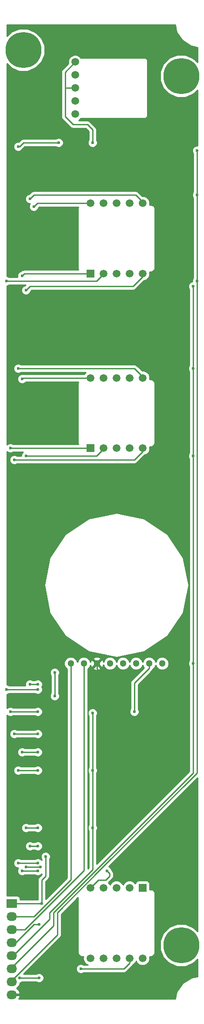
<source format=gbr>
G04 #@! TF.FileFunction,Copper,L2,Bot,Signal*
%FSLAX46Y46*%
G04 Gerber Fmt 4.6, Leading zero omitted, Abs format (unit mm)*
G04 Created by KiCad (PCBNEW 4.0.0-1rc2.201511291916+6190~38~ubuntu14.04.1-stable) date Mon 14 Mar 2016 12:19:52 PM PDT*
%MOMM*%
G01*
G04 APERTURE LIST*
%ADD10C,0.100000*%
%ADD11R,2.032000X1.727200*%
%ADD12O,2.032000X1.727200*%
%ADD13C,1.500000*%
%ADD14R,1.500000X1.500000*%
%ADD15C,1.300000*%
%ADD16C,7.000000*%
%ADD17C,0.600000*%
%ADD18C,0.250000*%
%ADD19C,0.254000*%
G04 APERTURE END LIST*
D10*
D11*
X101600000Y-171704000D03*
D12*
X101600000Y-174244000D03*
X101600000Y-176784000D03*
X101600000Y-179324000D03*
X101600000Y-181864000D03*
X101600000Y-184404000D03*
X101600000Y-186944000D03*
X101600000Y-189484000D03*
D13*
X114000000Y-7920000D03*
X114000000Y-10460000D03*
X114000000Y-13000000D03*
X114000000Y-15540000D03*
X114000000Y-18080000D03*
X127080000Y-182350000D03*
X124540000Y-182350000D03*
X122000000Y-182350000D03*
X119460000Y-182350000D03*
X116920000Y-182350000D03*
D14*
X127080000Y-168650000D03*
D13*
X124540000Y-168650000D03*
X116920000Y-168650000D03*
X119460000Y-168650000D03*
X122000000Y-168650000D03*
X116920000Y-35400000D03*
X119460000Y-35400000D03*
X122000000Y-35400000D03*
X124540000Y-35400000D03*
X127080000Y-35400000D03*
D14*
X116920000Y-49100000D03*
D13*
X119460000Y-49100000D03*
X127080000Y-49100000D03*
X124540000Y-49100000D03*
X122000000Y-49100000D03*
X116920000Y-69400000D03*
X119460000Y-69400000D03*
X122000000Y-69400000D03*
X124540000Y-69400000D03*
X127080000Y-69400000D03*
D14*
X116920000Y-83100000D03*
D13*
X119460000Y-83100000D03*
X127080000Y-83100000D03*
X124540000Y-83100000D03*
X122000000Y-83100000D03*
D15*
X130890000Y-124990000D03*
X128350000Y-124990000D03*
X125810000Y-124990000D03*
X123270000Y-124990000D03*
X120730000Y-124990000D03*
X118190000Y-124990000D03*
X115650000Y-124990000D03*
X113110000Y-124990000D03*
D16*
X134620000Y-10668000D03*
X103886000Y-5588000D03*
X134620000Y-179832000D03*
D17*
X109982000Y-131318000D03*
X109982000Y-126746000D03*
X107442000Y-171704000D03*
X108204000Y-162560000D03*
X115062000Y-184404000D03*
X106934000Y-175768000D03*
X125476000Y-134366000D03*
X117348000Y-134620000D03*
X117348000Y-156972000D03*
X117348000Y-145796000D03*
X136906000Y-124968000D03*
X136906000Y-51562000D03*
X136906000Y-67564000D03*
X136906000Y-84582000D03*
X137668000Y-25146000D03*
X117348000Y-23622000D03*
X137668000Y-33782000D03*
X137668000Y-50546000D03*
X134366000Y-151638000D03*
X120904000Y-151638000D03*
X105918000Y-36068000D03*
X105156000Y-34544000D03*
X105156000Y-129032000D03*
X106680000Y-129032000D03*
X105156000Y-160528000D03*
X106680000Y-160528000D03*
X106934000Y-186182000D03*
X103124000Y-186182000D03*
X104394000Y-52324000D03*
X104394000Y-84582000D03*
X104394000Y-156972000D03*
X106680000Y-156972000D03*
X104394000Y-164592000D03*
X107188000Y-164592000D03*
X103632000Y-49530000D03*
X103632000Y-69596000D03*
X103632000Y-142240000D03*
X106680000Y-142240000D03*
X103632000Y-165354000D03*
X120142000Y-165354000D03*
X106680000Y-165354000D03*
X102870000Y-24384000D03*
X110744000Y-23622000D03*
X102870000Y-67564000D03*
X102870000Y-145796000D03*
X106680000Y-145796000D03*
X102870000Y-163830000D03*
X106680000Y-163830000D03*
X102108000Y-85344000D03*
X102108000Y-138684000D03*
X106680000Y-138684000D03*
X101346000Y-83058000D03*
X101346000Y-134366000D03*
X106680000Y-134366000D03*
X100584000Y-50546000D03*
X106680000Y-130048000D03*
X100584000Y-130048000D03*
D18*
X109982000Y-131318000D02*
X109982000Y-126746000D01*
X107442000Y-171704000D02*
X107442000Y-167132000D01*
X101600000Y-171704000D02*
X107442000Y-171704000D01*
X108204000Y-166370000D02*
X108204000Y-162560000D01*
X107442000Y-167132000D02*
X108204000Y-166370000D01*
X101600000Y-174244000D02*
X105918000Y-174244000D01*
X113110000Y-167052000D02*
X113110000Y-124990000D01*
X105918000Y-174244000D02*
X113110000Y-167052000D01*
X101600000Y-176784000D02*
X104140000Y-176784000D01*
X115650000Y-165274000D02*
X115650000Y-124990000D01*
X104140000Y-176784000D02*
X115650000Y-165274000D01*
X105918000Y-175768000D02*
X106934000Y-175768000D01*
X124540000Y-183308000D02*
X124540000Y-182350000D01*
X123444000Y-184404000D02*
X124540000Y-183308000D01*
X115062000Y-184404000D02*
X123444000Y-184404000D01*
X101600000Y-179324000D02*
X102362000Y-179324000D01*
X102362000Y-179324000D02*
X105918000Y-175768000D01*
X128350000Y-124990000D02*
X128350000Y-125904000D01*
X125476000Y-128778000D02*
X125476000Y-134366000D01*
X128350000Y-125904000D02*
X125476000Y-128778000D01*
X117348000Y-134620000D02*
X117348000Y-135382000D01*
X117348000Y-139954000D02*
X117348000Y-135382000D01*
X117348000Y-142748000D02*
X117348000Y-145796000D01*
X117348000Y-142748000D02*
X117348000Y-139954000D01*
X117348000Y-161036000D02*
X117348000Y-165100000D01*
X117348000Y-156464000D02*
X117348000Y-156972000D01*
X117348000Y-145796000D02*
X117348000Y-156464000D01*
X117348000Y-156972000D02*
X117348000Y-161036000D01*
X117348000Y-165100000D02*
X117094000Y-165354000D01*
X108966000Y-174752000D02*
X108966000Y-173482000D01*
X108966000Y-173482000D02*
X117094000Y-165354000D01*
X104648000Y-179070000D02*
X108966000Y-174752000D01*
X101854000Y-181864000D02*
X104648000Y-179070000D01*
X101600000Y-181864000D02*
X101854000Y-181864000D01*
X136906000Y-51562000D02*
X136906000Y-67564000D01*
X136906000Y-67564000D02*
X136906000Y-69342000D01*
X136906000Y-69342000D02*
X136906000Y-84582000D01*
X136144000Y-147066000D02*
X136652000Y-146558000D01*
X136652000Y-146558000D02*
X136906000Y-146304000D01*
X129286000Y-153924000D02*
X136144000Y-147066000D01*
X105098002Y-180651998D02*
X109728000Y-176022000D01*
X109728000Y-176022000D02*
X109728000Y-173482000D01*
X101600000Y-184150000D02*
X105098002Y-180651998D01*
X109728000Y-173482000D02*
X119380000Y-163830000D01*
X119380000Y-163830000D02*
X129286000Y-153924000D01*
X136906000Y-146304000D02*
X136906000Y-124968000D01*
X136906000Y-124968000D02*
X136906000Y-84582000D01*
X101600000Y-184404000D02*
X101600000Y-184150000D01*
X137668000Y-26924000D02*
X137668000Y-33782000D01*
X137668000Y-26924000D02*
X137668000Y-25146000D01*
X113030000Y-13000000D02*
X112014000Y-13000000D01*
X112014000Y-13000000D02*
X112014000Y-13208000D01*
X112014000Y-13716000D02*
X112014000Y-13208000D01*
X117348000Y-23622000D02*
X117348000Y-21082000D01*
X112014000Y-18542000D02*
X112014000Y-13716000D01*
X113538000Y-20066000D02*
X112014000Y-18542000D01*
X116332000Y-20066000D02*
X113538000Y-20066000D01*
X117348000Y-21082000D02*
X116332000Y-20066000D01*
X112014000Y-13208000D02*
X112014000Y-9906000D01*
X112014000Y-9906000D02*
X114000000Y-7920000D01*
X112730000Y-13000000D02*
X112776000Y-13000000D01*
X112776000Y-13000000D02*
X113030000Y-13000000D01*
X113030000Y-13000000D02*
X114000000Y-13000000D01*
X118745000Y-165227000D02*
X137160000Y-146812000D01*
X137668000Y-146304000D02*
X137668000Y-50546000D01*
X137668000Y-50546000D02*
X137668000Y-33782000D01*
X137160000Y-146812000D02*
X137668000Y-146304000D01*
X105664000Y-182626000D02*
X110490000Y-177800000D01*
X110490000Y-177800000D02*
X110490000Y-173482000D01*
X101600000Y-186944000D02*
X101600000Y-186690000D01*
X101600000Y-186690000D02*
X105664000Y-182626000D01*
X110490000Y-173482000D02*
X118745000Y-165227000D01*
X118745000Y-165227000D02*
X118872000Y-165100000D01*
X118190000Y-124990000D02*
X118190000Y-126064000D01*
X120904000Y-128778000D02*
X120904000Y-151638000D01*
X118190000Y-126064000D02*
X120904000Y-128778000D01*
X116920000Y-35400000D02*
X106586000Y-35400000D01*
X106586000Y-35400000D02*
X105918000Y-36068000D01*
X127080000Y-35400000D02*
X127080000Y-35132000D01*
X127080000Y-35132000D02*
X125730000Y-33782000D01*
X125730000Y-33782000D02*
X105918000Y-33782000D01*
X105918000Y-33782000D02*
X105156000Y-34544000D01*
X106680000Y-129032000D02*
X105156000Y-129032000D01*
X106680000Y-160528000D02*
X105156000Y-160528000D01*
X103124000Y-186182000D02*
X106934000Y-186182000D01*
X127080000Y-49100000D02*
X127080000Y-49704000D01*
X127080000Y-49704000D02*
X125222000Y-51562000D01*
X125222000Y-51562000D02*
X105156000Y-51562000D01*
X105156000Y-51562000D02*
X104394000Y-52324000D01*
X119460000Y-83100000D02*
X119460000Y-83232000D01*
X119460000Y-83232000D02*
X118110000Y-84582000D01*
X118110000Y-84582000D02*
X104394000Y-84582000D01*
X106680000Y-156972000D02*
X104394000Y-156972000D01*
X107188000Y-164592000D02*
X104394000Y-164592000D01*
X116920000Y-49100000D02*
X104062000Y-49100000D01*
X104062000Y-49100000D02*
X103632000Y-49530000D01*
X116920000Y-69400000D02*
X103828000Y-69400000D01*
X103828000Y-69400000D02*
X103632000Y-69596000D01*
X106680000Y-142240000D02*
X103632000Y-142240000D01*
X116920000Y-168650000D02*
X118438000Y-167132000D01*
X119888000Y-167132000D02*
X118438000Y-167132000D01*
X120650000Y-166370000D02*
X119888000Y-167132000D01*
X120650000Y-165862000D02*
X120650000Y-166370000D01*
X120142000Y-165354000D02*
X120650000Y-165862000D01*
X106680000Y-165354000D02*
X103632000Y-165354000D01*
X103124000Y-24384000D02*
X102870000Y-24384000D01*
X103886000Y-23622000D02*
X103124000Y-24384000D01*
X110744000Y-23622000D02*
X103886000Y-23622000D01*
X127080000Y-69400000D02*
X127080000Y-69168000D01*
X127080000Y-69168000D02*
X125476000Y-67564000D01*
X125476000Y-67564000D02*
X102870000Y-67564000D01*
X106680000Y-145796000D02*
X102870000Y-145796000D01*
X106680000Y-163830000D02*
X102870000Y-163830000D01*
X127080000Y-83100000D02*
X127080000Y-83740000D01*
X127080000Y-83740000D02*
X125476000Y-85344000D01*
X125476000Y-85344000D02*
X102108000Y-85344000D01*
X106680000Y-138684000D02*
X102108000Y-138684000D01*
X116920000Y-83100000D02*
X101388000Y-83100000D01*
X101388000Y-83100000D02*
X101346000Y-83058000D01*
X106680000Y-134366000D02*
X101346000Y-134366000D01*
X119460000Y-49100000D02*
X119460000Y-49196000D01*
X119460000Y-49196000D02*
X118110000Y-50546000D01*
X118110000Y-50546000D02*
X100584000Y-50546000D01*
X106680000Y-130048000D02*
X100584000Y-130048000D01*
D19*
G36*
X137790000Y-177154655D02*
X136965347Y-176328562D01*
X135446111Y-175697720D01*
X133801106Y-175696284D01*
X132280771Y-176324474D01*
X131116562Y-177486653D01*
X130485720Y-179005889D01*
X130484284Y-180650894D01*
X131112474Y-182171229D01*
X132274653Y-183335438D01*
X133793889Y-183966280D01*
X135438894Y-183967716D01*
X136959229Y-183339526D01*
X137790000Y-182510204D01*
X137790000Y-185917318D01*
X136639411Y-186146184D01*
X136383470Y-186252199D01*
X134923564Y-187227675D01*
X134759092Y-187392148D01*
X134727675Y-187423565D01*
X133752198Y-188883470D01*
X133690097Y-189033397D01*
X133646184Y-189139411D01*
X133417318Y-190290000D01*
X102996993Y-190290000D01*
X103204709Y-189858791D01*
X103207358Y-189843026D01*
X103086217Y-189611000D01*
X101727000Y-189611000D01*
X101727000Y-189631000D01*
X101473000Y-189631000D01*
X101473000Y-189611000D01*
X101453000Y-189611000D01*
X101453000Y-189357000D01*
X101473000Y-189357000D01*
X101473000Y-189337000D01*
X101727000Y-189337000D01*
X101727000Y-189357000D01*
X103086217Y-189357000D01*
X103207358Y-189124974D01*
X103204709Y-189109209D01*
X102950732Y-188581964D01*
X102534931Y-188210461D01*
X102844415Y-188003670D01*
X103169271Y-187517489D01*
X103248911Y-187117110D01*
X103309167Y-187117162D01*
X103652943Y-186975117D01*
X103686118Y-186942000D01*
X106371537Y-186942000D01*
X106403673Y-186974192D01*
X106747201Y-187116838D01*
X107119167Y-187117162D01*
X107462943Y-186975117D01*
X107726192Y-186712327D01*
X107868838Y-186368799D01*
X107869162Y-185996833D01*
X107727117Y-185653057D01*
X107464327Y-185389808D01*
X107120799Y-185247162D01*
X106748833Y-185246838D01*
X106405057Y-185388883D01*
X106371882Y-185422000D01*
X103942802Y-185422000D01*
X111027401Y-178337401D01*
X111192148Y-178090839D01*
X111250000Y-177800000D01*
X111250000Y-173796802D01*
X114529800Y-170517002D01*
X114529800Y-181305200D01*
X114583846Y-181576905D01*
X114737754Y-181807246D01*
X114968095Y-181961154D01*
X115239800Y-182015200D01*
X115559365Y-182015200D01*
X115535241Y-182073298D01*
X115534760Y-182624285D01*
X115745169Y-183133515D01*
X116134436Y-183523461D01*
X116424726Y-183644000D01*
X115624463Y-183644000D01*
X115592327Y-183611808D01*
X115248799Y-183469162D01*
X114876833Y-183468838D01*
X114533057Y-183610883D01*
X114269808Y-183873673D01*
X114127162Y-184217201D01*
X114126838Y-184589167D01*
X114268883Y-184932943D01*
X114531673Y-185196192D01*
X114875201Y-185338838D01*
X115247167Y-185339162D01*
X115590943Y-185197117D01*
X115624118Y-185164000D01*
X123444000Y-185164000D01*
X123734839Y-185106148D01*
X123981401Y-184941401D01*
X125077401Y-183845401D01*
X125242148Y-183598839D01*
X125250901Y-183554834D01*
X125323515Y-183524831D01*
X125713461Y-183135564D01*
X125809976Y-182903130D01*
X125905169Y-183133515D01*
X126294436Y-183523461D01*
X126803298Y-183734759D01*
X127354285Y-183735240D01*
X127863515Y-183524831D01*
X128253461Y-183135564D01*
X128464759Y-182626702D01*
X128465240Y-182075715D01*
X128440236Y-182015200D01*
X128752600Y-182015200D01*
X129024305Y-181961154D01*
X129254646Y-181807246D01*
X129408554Y-181576905D01*
X129462600Y-181305200D01*
X129462600Y-169697400D01*
X129408554Y-169425695D01*
X129254646Y-169195354D01*
X129024305Y-169041446D01*
X128752600Y-168987400D01*
X128477440Y-168987400D01*
X128477440Y-167900000D01*
X128433162Y-167664683D01*
X128294090Y-167448559D01*
X128081890Y-167303569D01*
X127830000Y-167252560D01*
X126330000Y-167252560D01*
X126094683Y-167296838D01*
X125878559Y-167435910D01*
X125733569Y-167648110D01*
X125693645Y-167845262D01*
X125325564Y-167476539D01*
X124816702Y-167265241D01*
X124265715Y-167264760D01*
X123756485Y-167475169D01*
X123366539Y-167864436D01*
X123270024Y-168096870D01*
X123174831Y-167866485D01*
X122785564Y-167476539D01*
X122276702Y-167265241D01*
X121725715Y-167264760D01*
X121216485Y-167475169D01*
X120826539Y-167864436D01*
X120730024Y-168096870D01*
X120634831Y-167866485D01*
X120431751Y-167663051D01*
X121187401Y-166907401D01*
X121352148Y-166660839D01*
X121410000Y-166370000D01*
X121410000Y-165862000D01*
X121352148Y-165571161D01*
X121187401Y-165324599D01*
X121077122Y-165214320D01*
X121077162Y-165168833D01*
X120935117Y-164825057D01*
X120672327Y-164561808D01*
X120539958Y-164506844D01*
X137790000Y-147256802D01*
X137790000Y-177154655D01*
X137790000Y-177154655D01*
G37*
X137790000Y-177154655D02*
X136965347Y-176328562D01*
X135446111Y-175697720D01*
X133801106Y-175696284D01*
X132280771Y-176324474D01*
X131116562Y-177486653D01*
X130485720Y-179005889D01*
X130484284Y-180650894D01*
X131112474Y-182171229D01*
X132274653Y-183335438D01*
X133793889Y-183966280D01*
X135438894Y-183967716D01*
X136959229Y-183339526D01*
X137790000Y-182510204D01*
X137790000Y-185917318D01*
X136639411Y-186146184D01*
X136383470Y-186252199D01*
X134923564Y-187227675D01*
X134759092Y-187392148D01*
X134727675Y-187423565D01*
X133752198Y-188883470D01*
X133690097Y-189033397D01*
X133646184Y-189139411D01*
X133417318Y-190290000D01*
X102996993Y-190290000D01*
X103204709Y-189858791D01*
X103207358Y-189843026D01*
X103086217Y-189611000D01*
X101727000Y-189611000D01*
X101727000Y-189631000D01*
X101473000Y-189631000D01*
X101473000Y-189611000D01*
X101453000Y-189611000D01*
X101453000Y-189357000D01*
X101473000Y-189357000D01*
X101473000Y-189337000D01*
X101727000Y-189337000D01*
X101727000Y-189357000D01*
X103086217Y-189357000D01*
X103207358Y-189124974D01*
X103204709Y-189109209D01*
X102950732Y-188581964D01*
X102534931Y-188210461D01*
X102844415Y-188003670D01*
X103169271Y-187517489D01*
X103248911Y-187117110D01*
X103309167Y-187117162D01*
X103652943Y-186975117D01*
X103686118Y-186942000D01*
X106371537Y-186942000D01*
X106403673Y-186974192D01*
X106747201Y-187116838D01*
X107119167Y-187117162D01*
X107462943Y-186975117D01*
X107726192Y-186712327D01*
X107868838Y-186368799D01*
X107869162Y-185996833D01*
X107727117Y-185653057D01*
X107464327Y-185389808D01*
X107120799Y-185247162D01*
X106748833Y-185246838D01*
X106405057Y-185388883D01*
X106371882Y-185422000D01*
X103942802Y-185422000D01*
X111027401Y-178337401D01*
X111192148Y-178090839D01*
X111250000Y-177800000D01*
X111250000Y-173796802D01*
X114529800Y-170517002D01*
X114529800Y-181305200D01*
X114583846Y-181576905D01*
X114737754Y-181807246D01*
X114968095Y-181961154D01*
X115239800Y-182015200D01*
X115559365Y-182015200D01*
X115535241Y-182073298D01*
X115534760Y-182624285D01*
X115745169Y-183133515D01*
X116134436Y-183523461D01*
X116424726Y-183644000D01*
X115624463Y-183644000D01*
X115592327Y-183611808D01*
X115248799Y-183469162D01*
X114876833Y-183468838D01*
X114533057Y-183610883D01*
X114269808Y-183873673D01*
X114127162Y-184217201D01*
X114126838Y-184589167D01*
X114268883Y-184932943D01*
X114531673Y-185196192D01*
X114875201Y-185338838D01*
X115247167Y-185339162D01*
X115590943Y-185197117D01*
X115624118Y-185164000D01*
X123444000Y-185164000D01*
X123734839Y-185106148D01*
X123981401Y-184941401D01*
X125077401Y-183845401D01*
X125242148Y-183598839D01*
X125250901Y-183554834D01*
X125323515Y-183524831D01*
X125713461Y-183135564D01*
X125809976Y-182903130D01*
X125905169Y-183133515D01*
X126294436Y-183523461D01*
X126803298Y-183734759D01*
X127354285Y-183735240D01*
X127863515Y-183524831D01*
X128253461Y-183135564D01*
X128464759Y-182626702D01*
X128465240Y-182075715D01*
X128440236Y-182015200D01*
X128752600Y-182015200D01*
X129024305Y-181961154D01*
X129254646Y-181807246D01*
X129408554Y-181576905D01*
X129462600Y-181305200D01*
X129462600Y-169697400D01*
X129408554Y-169425695D01*
X129254646Y-169195354D01*
X129024305Y-169041446D01*
X128752600Y-168987400D01*
X128477440Y-168987400D01*
X128477440Y-167900000D01*
X128433162Y-167664683D01*
X128294090Y-167448559D01*
X128081890Y-167303569D01*
X127830000Y-167252560D01*
X126330000Y-167252560D01*
X126094683Y-167296838D01*
X125878559Y-167435910D01*
X125733569Y-167648110D01*
X125693645Y-167845262D01*
X125325564Y-167476539D01*
X124816702Y-167265241D01*
X124265715Y-167264760D01*
X123756485Y-167475169D01*
X123366539Y-167864436D01*
X123270024Y-168096870D01*
X123174831Y-167866485D01*
X122785564Y-167476539D01*
X122276702Y-167265241D01*
X121725715Y-167264760D01*
X121216485Y-167475169D01*
X120826539Y-167864436D01*
X120730024Y-168096870D01*
X120634831Y-167866485D01*
X120431751Y-167663051D01*
X121187401Y-166907401D01*
X121352148Y-166660839D01*
X121410000Y-166370000D01*
X121410000Y-165862000D01*
X121352148Y-165571161D01*
X121187401Y-165324599D01*
X121077122Y-165214320D01*
X121077162Y-165168833D01*
X120935117Y-164825057D01*
X120672327Y-164561808D01*
X120539958Y-164506844D01*
X137790000Y-147256802D01*
X137790000Y-177154655D01*
G36*
X133646184Y-1860589D02*
X133690097Y-1966603D01*
X133752198Y-2116530D01*
X134727675Y-3576435D01*
X134727676Y-3576436D01*
X134923564Y-3772325D01*
X136383470Y-4747801D01*
X136639411Y-4853816D01*
X137790000Y-5082682D01*
X137790000Y-7990655D01*
X136965347Y-7164562D01*
X135446111Y-6533720D01*
X133801106Y-6532284D01*
X132280771Y-7160474D01*
X131116562Y-8322653D01*
X130485720Y-9841889D01*
X130484284Y-11486894D01*
X131112474Y-13007229D01*
X132274653Y-14171438D01*
X133793889Y-14802280D01*
X135438894Y-14803716D01*
X136959229Y-14175526D01*
X137790000Y-13346204D01*
X137790000Y-24211106D01*
X137482833Y-24210838D01*
X137139057Y-24352883D01*
X136875808Y-24615673D01*
X136733162Y-24959201D01*
X136732838Y-25331167D01*
X136874883Y-25674943D01*
X136908000Y-25708118D01*
X136908000Y-33219537D01*
X136875808Y-33251673D01*
X136733162Y-33595201D01*
X136732838Y-33967167D01*
X136874883Y-34310943D01*
X136908000Y-34344118D01*
X136908000Y-49983537D01*
X136875808Y-50015673D01*
X136733162Y-50359201D01*
X136732929Y-50626849D01*
X136720833Y-50626838D01*
X136377057Y-50768883D01*
X136113808Y-51031673D01*
X135971162Y-51375201D01*
X135970838Y-51747167D01*
X136112883Y-52090943D01*
X136146000Y-52124118D01*
X136146000Y-67001537D01*
X136113808Y-67033673D01*
X135971162Y-67377201D01*
X135970838Y-67749167D01*
X136112883Y-68092943D01*
X136146000Y-68126118D01*
X136146000Y-84019537D01*
X136113808Y-84051673D01*
X135971162Y-84395201D01*
X135970838Y-84767167D01*
X136112883Y-85110943D01*
X136146000Y-85144118D01*
X136146000Y-124405537D01*
X136113808Y-124437673D01*
X135971162Y-124781201D01*
X135970838Y-125153167D01*
X136112883Y-125496943D01*
X136146000Y-125530118D01*
X136146000Y-145989198D01*
X118108000Y-164027198D01*
X118108000Y-157534463D01*
X118140192Y-157502327D01*
X118282838Y-157158799D01*
X118283162Y-156786833D01*
X118141117Y-156443057D01*
X118108000Y-156409882D01*
X118108000Y-146358463D01*
X118140192Y-146326327D01*
X118282838Y-145982799D01*
X118283162Y-145610833D01*
X118141117Y-145267057D01*
X118108000Y-145233882D01*
X118108000Y-135182463D01*
X118140192Y-135150327D01*
X118282838Y-134806799D01*
X118283162Y-134434833D01*
X118141117Y-134091057D01*
X117878327Y-133827808D01*
X117534799Y-133685162D01*
X117162833Y-133684838D01*
X116819057Y-133826883D01*
X116555808Y-134089673D01*
X116413162Y-134433201D01*
X116412838Y-134805167D01*
X116554883Y-135148943D01*
X116588000Y-135182118D01*
X116588000Y-145233537D01*
X116555808Y-145265673D01*
X116413162Y-145609201D01*
X116412838Y-145981167D01*
X116554883Y-146324943D01*
X116588000Y-146358118D01*
X116588000Y-156409537D01*
X116555808Y-156441673D01*
X116413162Y-156785201D01*
X116412838Y-157157167D01*
X116554883Y-157500943D01*
X116588000Y-157534118D01*
X116588000Y-164785198D01*
X116410000Y-164963198D01*
X116410000Y-126047006D01*
X116568266Y-125889016D01*
X117470590Y-125889016D01*
X117526271Y-126119611D01*
X118009078Y-126287622D01*
X118519428Y-126258083D01*
X118853729Y-126119611D01*
X118909410Y-125889016D01*
X118190000Y-125169605D01*
X117470590Y-125889016D01*
X116568266Y-125889016D01*
X116738735Y-125718845D01*
X116919797Y-125282800D01*
X116921917Y-125319428D01*
X117060389Y-125653729D01*
X117290984Y-125709410D01*
X118010395Y-124990000D01*
X118369605Y-124990000D01*
X119089016Y-125709410D01*
X119319611Y-125653729D01*
X119454139Y-125267140D01*
X119639995Y-125716943D01*
X120001155Y-126078735D01*
X120473276Y-126274777D01*
X120984481Y-126275223D01*
X121456943Y-126080005D01*
X121818735Y-125718845D01*
X122000205Y-125281818D01*
X122179995Y-125716943D01*
X122541155Y-126078735D01*
X123013276Y-126274777D01*
X123524481Y-126275223D01*
X123996943Y-126080005D01*
X124358735Y-125718845D01*
X124540205Y-125281818D01*
X124719995Y-125716943D01*
X125081155Y-126078735D01*
X125553276Y-126274777D01*
X126064481Y-126275223D01*
X126536943Y-126080005D01*
X126898735Y-125718845D01*
X127080205Y-125281818D01*
X127259995Y-125716943D01*
X127361037Y-125818161D01*
X124938599Y-128240599D01*
X124773852Y-128487161D01*
X124716000Y-128778000D01*
X124716000Y-133803537D01*
X124683808Y-133835673D01*
X124541162Y-134179201D01*
X124540838Y-134551167D01*
X124682883Y-134894943D01*
X124945673Y-135158192D01*
X125289201Y-135300838D01*
X125661167Y-135301162D01*
X126004943Y-135159117D01*
X126268192Y-134896327D01*
X126410838Y-134552799D01*
X126411162Y-134180833D01*
X126269117Y-133837057D01*
X126236000Y-133803882D01*
X126236000Y-129092802D01*
X128887401Y-126441401D01*
X129052148Y-126194839D01*
X129074815Y-126080884D01*
X129076943Y-126080005D01*
X129438735Y-125718845D01*
X129620205Y-125281818D01*
X129799995Y-125716943D01*
X130161155Y-126078735D01*
X130633276Y-126274777D01*
X131144481Y-126275223D01*
X131616943Y-126080005D01*
X131978735Y-125718845D01*
X132174777Y-125246724D01*
X132175223Y-124735519D01*
X131980005Y-124263057D01*
X131618845Y-123901265D01*
X131146724Y-123705223D01*
X130635519Y-123704777D01*
X130163057Y-123899995D01*
X129801265Y-124261155D01*
X129619795Y-124698182D01*
X129440005Y-124263057D01*
X129078845Y-123901265D01*
X128606724Y-123705223D01*
X128095519Y-123704777D01*
X127623057Y-123899995D01*
X127261265Y-124261155D01*
X127079795Y-124698182D01*
X126900005Y-124263057D01*
X126538845Y-123901265D01*
X126066724Y-123705223D01*
X125555519Y-123704777D01*
X125083057Y-123899995D01*
X124721265Y-124261155D01*
X124539795Y-124698182D01*
X124360005Y-124263057D01*
X123998845Y-123901265D01*
X123526724Y-123705223D01*
X123015519Y-123704777D01*
X122543057Y-123899995D01*
X122181265Y-124261155D01*
X121999795Y-124698182D01*
X121820005Y-124263057D01*
X121458845Y-123901265D01*
X120986724Y-123705223D01*
X120475519Y-123704777D01*
X120003057Y-123899995D01*
X119641265Y-124261155D01*
X119460203Y-124697200D01*
X119458083Y-124660572D01*
X119319611Y-124326271D01*
X119089016Y-124270590D01*
X118369605Y-124990000D01*
X118010395Y-124990000D01*
X117290984Y-124270590D01*
X117060389Y-124326271D01*
X116925861Y-124712860D01*
X116740005Y-124263057D01*
X116568233Y-124090984D01*
X117470590Y-124090984D01*
X118190000Y-124810395D01*
X118909410Y-124090984D01*
X118853729Y-123860389D01*
X118370922Y-123692378D01*
X117860572Y-123721917D01*
X117526271Y-123860389D01*
X117470590Y-124090984D01*
X116568233Y-124090984D01*
X116378845Y-123901265D01*
X115906724Y-123705223D01*
X115395519Y-123704777D01*
X114923057Y-123899995D01*
X114561265Y-124261155D01*
X114379795Y-124698182D01*
X114200005Y-124263057D01*
X113838845Y-123901265D01*
X113366724Y-123705223D01*
X112855519Y-123704777D01*
X112383057Y-123899995D01*
X112021265Y-124261155D01*
X111825223Y-124733276D01*
X111824777Y-125244481D01*
X112019995Y-125716943D01*
X112350000Y-126047525D01*
X112350000Y-166737198D01*
X108202000Y-170885198D01*
X108202000Y-167446802D01*
X108741401Y-166907401D01*
X108906148Y-166660839D01*
X108964000Y-166370000D01*
X108964000Y-163122463D01*
X108996192Y-163090327D01*
X109138838Y-162746799D01*
X109139162Y-162374833D01*
X108997117Y-162031057D01*
X108734327Y-161767808D01*
X108390799Y-161625162D01*
X108018833Y-161624838D01*
X107675057Y-161766883D01*
X107411808Y-162029673D01*
X107269162Y-162373201D01*
X107268838Y-162745167D01*
X107410883Y-163088943D01*
X107444000Y-163122118D01*
X107444000Y-163271889D01*
X107210327Y-163037808D01*
X106866799Y-162895162D01*
X106494833Y-162894838D01*
X106151057Y-163036883D01*
X106117882Y-163070000D01*
X103432463Y-163070000D01*
X103400327Y-163037808D01*
X103056799Y-162895162D01*
X102684833Y-162894838D01*
X102341057Y-163036883D01*
X102077808Y-163299673D01*
X101935162Y-163643201D01*
X101934838Y-164015167D01*
X102076883Y-164358943D01*
X102339673Y-164622192D01*
X102683201Y-164764838D01*
X102898558Y-164765026D01*
X102839808Y-164823673D01*
X102697162Y-165167201D01*
X102696838Y-165539167D01*
X102838883Y-165882943D01*
X103101673Y-166146192D01*
X103445201Y-166288838D01*
X103817167Y-166289162D01*
X104160943Y-166147117D01*
X104194118Y-166114000D01*
X106117537Y-166114000D01*
X106149673Y-166146192D01*
X106493201Y-166288838D01*
X106865167Y-166289162D01*
X107208943Y-166147117D01*
X107444000Y-165912470D01*
X107444000Y-166055198D01*
X106904599Y-166594599D01*
X106739852Y-166841161D01*
X106682000Y-167132000D01*
X106682000Y-170944000D01*
X103263440Y-170944000D01*
X103263440Y-170840400D01*
X103219162Y-170605083D01*
X103080090Y-170388959D01*
X102867890Y-170243969D01*
X102616000Y-170192960D01*
X100710000Y-170192960D01*
X100710000Y-160713167D01*
X104220838Y-160713167D01*
X104362883Y-161056943D01*
X104625673Y-161320192D01*
X104969201Y-161462838D01*
X105341167Y-161463162D01*
X105684943Y-161321117D01*
X105718118Y-161288000D01*
X106117537Y-161288000D01*
X106149673Y-161320192D01*
X106493201Y-161462838D01*
X106865167Y-161463162D01*
X107208943Y-161321117D01*
X107472192Y-161058327D01*
X107614838Y-160714799D01*
X107615162Y-160342833D01*
X107473117Y-159999057D01*
X107210327Y-159735808D01*
X106866799Y-159593162D01*
X106494833Y-159592838D01*
X106151057Y-159734883D01*
X106117882Y-159768000D01*
X105718463Y-159768000D01*
X105686327Y-159735808D01*
X105342799Y-159593162D01*
X104970833Y-159592838D01*
X104627057Y-159734883D01*
X104363808Y-159997673D01*
X104221162Y-160341201D01*
X104220838Y-160713167D01*
X100710000Y-160713167D01*
X100710000Y-157157167D01*
X103458838Y-157157167D01*
X103600883Y-157500943D01*
X103863673Y-157764192D01*
X104207201Y-157906838D01*
X104579167Y-157907162D01*
X104922943Y-157765117D01*
X104956118Y-157732000D01*
X106117537Y-157732000D01*
X106149673Y-157764192D01*
X106493201Y-157906838D01*
X106865167Y-157907162D01*
X107208943Y-157765117D01*
X107472192Y-157502327D01*
X107614838Y-157158799D01*
X107615162Y-156786833D01*
X107473117Y-156443057D01*
X107210327Y-156179808D01*
X106866799Y-156037162D01*
X106494833Y-156036838D01*
X106151057Y-156178883D01*
X106117882Y-156212000D01*
X104956463Y-156212000D01*
X104924327Y-156179808D01*
X104580799Y-156037162D01*
X104208833Y-156036838D01*
X103865057Y-156178883D01*
X103601808Y-156441673D01*
X103459162Y-156785201D01*
X103458838Y-157157167D01*
X100710000Y-157157167D01*
X100710000Y-145981167D01*
X101934838Y-145981167D01*
X102076883Y-146324943D01*
X102339673Y-146588192D01*
X102683201Y-146730838D01*
X103055167Y-146731162D01*
X103398943Y-146589117D01*
X103432118Y-146556000D01*
X106117537Y-146556000D01*
X106149673Y-146588192D01*
X106493201Y-146730838D01*
X106865167Y-146731162D01*
X107208943Y-146589117D01*
X107472192Y-146326327D01*
X107614838Y-145982799D01*
X107615162Y-145610833D01*
X107473117Y-145267057D01*
X107210327Y-145003808D01*
X106866799Y-144861162D01*
X106494833Y-144860838D01*
X106151057Y-145002883D01*
X106117882Y-145036000D01*
X103432463Y-145036000D01*
X103400327Y-145003808D01*
X103056799Y-144861162D01*
X102684833Y-144860838D01*
X102341057Y-145002883D01*
X102077808Y-145265673D01*
X101935162Y-145609201D01*
X101934838Y-145981167D01*
X100710000Y-145981167D01*
X100710000Y-142425167D01*
X102696838Y-142425167D01*
X102838883Y-142768943D01*
X103101673Y-143032192D01*
X103445201Y-143174838D01*
X103817167Y-143175162D01*
X104160943Y-143033117D01*
X104194118Y-143000000D01*
X106117537Y-143000000D01*
X106149673Y-143032192D01*
X106493201Y-143174838D01*
X106865167Y-143175162D01*
X107208943Y-143033117D01*
X107472192Y-142770327D01*
X107614838Y-142426799D01*
X107615162Y-142054833D01*
X107473117Y-141711057D01*
X107210327Y-141447808D01*
X106866799Y-141305162D01*
X106494833Y-141304838D01*
X106151057Y-141446883D01*
X106117882Y-141480000D01*
X104194463Y-141480000D01*
X104162327Y-141447808D01*
X103818799Y-141305162D01*
X103446833Y-141304838D01*
X103103057Y-141446883D01*
X102839808Y-141709673D01*
X102697162Y-142053201D01*
X102696838Y-142425167D01*
X100710000Y-142425167D01*
X100710000Y-138869167D01*
X101172838Y-138869167D01*
X101314883Y-139212943D01*
X101577673Y-139476192D01*
X101921201Y-139618838D01*
X102293167Y-139619162D01*
X102636943Y-139477117D01*
X102670118Y-139444000D01*
X106117537Y-139444000D01*
X106149673Y-139476192D01*
X106493201Y-139618838D01*
X106865167Y-139619162D01*
X107208943Y-139477117D01*
X107472192Y-139214327D01*
X107614838Y-138870799D01*
X107615162Y-138498833D01*
X107473117Y-138155057D01*
X107210327Y-137891808D01*
X106866799Y-137749162D01*
X106494833Y-137748838D01*
X106151057Y-137890883D01*
X106117882Y-137924000D01*
X102670463Y-137924000D01*
X102638327Y-137891808D01*
X102294799Y-137749162D01*
X101922833Y-137748838D01*
X101579057Y-137890883D01*
X101315808Y-138153673D01*
X101173162Y-138497201D01*
X101172838Y-138869167D01*
X100710000Y-138869167D01*
X100710000Y-135052334D01*
X100815673Y-135158192D01*
X101159201Y-135300838D01*
X101531167Y-135301162D01*
X101874943Y-135159117D01*
X101908118Y-135126000D01*
X106117537Y-135126000D01*
X106149673Y-135158192D01*
X106493201Y-135300838D01*
X106865167Y-135301162D01*
X107208943Y-135159117D01*
X107472192Y-134896327D01*
X107614838Y-134552799D01*
X107615162Y-134180833D01*
X107473117Y-133837057D01*
X107210327Y-133573808D01*
X106866799Y-133431162D01*
X106494833Y-133430838D01*
X106151057Y-133572883D01*
X106117882Y-133606000D01*
X101908463Y-133606000D01*
X101876327Y-133573808D01*
X101532799Y-133431162D01*
X101160833Y-133430838D01*
X100817057Y-133572883D01*
X100710000Y-133679753D01*
X100710000Y-130983110D01*
X100769167Y-130983162D01*
X101112943Y-130841117D01*
X101146118Y-130808000D01*
X106117537Y-130808000D01*
X106149673Y-130840192D01*
X106493201Y-130982838D01*
X106865167Y-130983162D01*
X107208943Y-130841117D01*
X107472192Y-130578327D01*
X107614838Y-130234799D01*
X107615162Y-129862833D01*
X107481617Y-129539629D01*
X107614838Y-129218799D01*
X107615162Y-128846833D01*
X107473117Y-128503057D01*
X107210327Y-128239808D01*
X106866799Y-128097162D01*
X106494833Y-128096838D01*
X106151057Y-128238883D01*
X106117882Y-128272000D01*
X105718463Y-128272000D01*
X105686327Y-128239808D01*
X105342799Y-128097162D01*
X104970833Y-128096838D01*
X104627057Y-128238883D01*
X104363808Y-128501673D01*
X104221162Y-128845201D01*
X104220838Y-129217167D01*
X104250106Y-129288000D01*
X101146463Y-129288000D01*
X101114327Y-129255808D01*
X100770799Y-129113162D01*
X100710000Y-129113109D01*
X100710000Y-126931167D01*
X109046838Y-126931167D01*
X109188883Y-127274943D01*
X109222000Y-127308118D01*
X109222000Y-130755537D01*
X109189808Y-130787673D01*
X109047162Y-131131201D01*
X109046838Y-131503167D01*
X109188883Y-131846943D01*
X109451673Y-132110192D01*
X109795201Y-132252838D01*
X110167167Y-132253162D01*
X110510943Y-132111117D01*
X110774192Y-131848327D01*
X110916838Y-131504799D01*
X110917162Y-131132833D01*
X110775117Y-130789057D01*
X110742000Y-130755882D01*
X110742000Y-127308463D01*
X110774192Y-127276327D01*
X110916838Y-126932799D01*
X110917162Y-126560833D01*
X110775117Y-126217057D01*
X110512327Y-125953808D01*
X110168799Y-125811162D01*
X109796833Y-125810838D01*
X109453057Y-125952883D01*
X109189808Y-126215673D01*
X109047162Y-126559201D01*
X109046838Y-126931167D01*
X100710000Y-126931167D01*
X100710000Y-109750000D01*
X107955000Y-109750000D01*
X109024112Y-115124789D01*
X112068685Y-119681315D01*
X116625211Y-122725888D01*
X122000000Y-123795000D01*
X127374789Y-122725888D01*
X131931315Y-119681315D01*
X134975888Y-115124789D01*
X136045000Y-109750000D01*
X134975888Y-104375211D01*
X131931315Y-99818685D01*
X127374789Y-96774112D01*
X122000000Y-95705000D01*
X116625211Y-96774112D01*
X112068685Y-99818685D01*
X109024112Y-104375211D01*
X107955000Y-109750000D01*
X100710000Y-109750000D01*
X100710000Y-83744334D01*
X100815673Y-83850192D01*
X101159201Y-83992838D01*
X101531167Y-83993162D01*
X101853444Y-83860000D01*
X103793816Y-83860000D01*
X103601808Y-84051673D01*
X103459162Y-84395201D01*
X103458998Y-84584000D01*
X102670463Y-84584000D01*
X102638327Y-84551808D01*
X102294799Y-84409162D01*
X101922833Y-84408838D01*
X101579057Y-84550883D01*
X101315808Y-84813673D01*
X101173162Y-85157201D01*
X101172838Y-85529167D01*
X101314883Y-85872943D01*
X101577673Y-86136192D01*
X101921201Y-86278838D01*
X102293167Y-86279162D01*
X102636943Y-86137117D01*
X102670118Y-86104000D01*
X125476000Y-86104000D01*
X125766839Y-86046148D01*
X126013401Y-85881401D01*
X127448484Y-84446318D01*
X127863515Y-84274831D01*
X128253461Y-83885564D01*
X128464759Y-83376702D01*
X128465240Y-82825715D01*
X128445277Y-82777400D01*
X128752600Y-82777400D01*
X129024305Y-82723354D01*
X129254646Y-82569446D01*
X129408554Y-82339105D01*
X129462600Y-82067400D01*
X129462600Y-70434200D01*
X129408554Y-70162495D01*
X129254646Y-69932154D01*
X129024305Y-69778246D01*
X128752600Y-69724200D01*
X128445036Y-69724200D01*
X128464759Y-69676702D01*
X128465240Y-69125715D01*
X128254831Y-68616485D01*
X127865564Y-68226539D01*
X127356702Y-68015241D01*
X127001733Y-68014931D01*
X126013401Y-67026599D01*
X125766839Y-66861852D01*
X125476000Y-66804000D01*
X103432463Y-66804000D01*
X103400327Y-66771808D01*
X103056799Y-66629162D01*
X102684833Y-66628838D01*
X102341057Y-66770883D01*
X102077808Y-67033673D01*
X101935162Y-67377201D01*
X101934838Y-67749167D01*
X102076883Y-68092943D01*
X102339673Y-68356192D01*
X102683201Y-68498838D01*
X103055167Y-68499162D01*
X103398943Y-68357117D01*
X103432118Y-68324000D01*
X116037482Y-68324000D01*
X115746539Y-68614436D01*
X115735924Y-68640000D01*
X103828000Y-68640000D01*
X103722036Y-68661078D01*
X103446833Y-68660838D01*
X103103057Y-68802883D01*
X102839808Y-69065673D01*
X102697162Y-69409201D01*
X102696838Y-69781167D01*
X102838883Y-70124943D01*
X103101673Y-70388192D01*
X103445201Y-70530838D01*
X103817167Y-70531162D01*
X104160943Y-70389117D01*
X104390460Y-70160000D01*
X114560113Y-70160000D01*
X114558446Y-70162495D01*
X114504400Y-70434200D01*
X114529800Y-70561893D01*
X114529800Y-82067400D01*
X114583846Y-82339105D01*
X114584444Y-82340000D01*
X101950390Y-82340000D01*
X101876327Y-82265808D01*
X101532799Y-82123162D01*
X101160833Y-82122838D01*
X100817057Y-82264883D01*
X100710000Y-82371753D01*
X100710000Y-51481110D01*
X100769167Y-51481162D01*
X101112943Y-51339117D01*
X101146118Y-51306000D01*
X104337198Y-51306000D01*
X104254320Y-51388878D01*
X104208833Y-51388838D01*
X103865057Y-51530883D01*
X103601808Y-51793673D01*
X103459162Y-52137201D01*
X103458838Y-52509167D01*
X103600883Y-52852943D01*
X103863673Y-53116192D01*
X104207201Y-53258838D01*
X104579167Y-53259162D01*
X104922943Y-53117117D01*
X105186192Y-52854327D01*
X105328838Y-52510799D01*
X105328879Y-52463923D01*
X105470802Y-52322000D01*
X125222000Y-52322000D01*
X125512839Y-52264148D01*
X125759401Y-52099401D01*
X127387136Y-50471666D01*
X127863515Y-50274831D01*
X128253461Y-49885564D01*
X128464759Y-49376702D01*
X128465240Y-48825715D01*
X128440897Y-48766800D01*
X128752600Y-48766800D01*
X129024305Y-48712754D01*
X129254646Y-48558846D01*
X129408554Y-48328505D01*
X129462600Y-48056800D01*
X129462600Y-36449000D01*
X129408554Y-36177295D01*
X129254646Y-35946954D01*
X129024305Y-35793046D01*
X128752600Y-35739000D01*
X128438891Y-35739000D01*
X128464759Y-35676702D01*
X128465240Y-35125715D01*
X128254831Y-34616485D01*
X127865564Y-34226539D01*
X127356702Y-34015241D01*
X127037765Y-34014963D01*
X126267401Y-33244599D01*
X126020839Y-33079852D01*
X125730000Y-33022000D01*
X105918000Y-33022000D01*
X105627161Y-33079852D01*
X105380599Y-33244599D01*
X105016320Y-33608878D01*
X104970833Y-33608838D01*
X104627057Y-33750883D01*
X104363808Y-34013673D01*
X104221162Y-34357201D01*
X104220838Y-34729167D01*
X104362883Y-35072943D01*
X104625673Y-35336192D01*
X104969201Y-35478838D01*
X105184558Y-35479026D01*
X105125808Y-35537673D01*
X104983162Y-35881201D01*
X104982838Y-36253167D01*
X105124883Y-36596943D01*
X105387673Y-36860192D01*
X105731201Y-37002838D01*
X106103167Y-37003162D01*
X106446943Y-36861117D01*
X106710192Y-36598327D01*
X106852838Y-36254799D01*
X106852879Y-36207923D01*
X106900802Y-36160000D01*
X114595402Y-36160000D01*
X114583846Y-36177295D01*
X114529800Y-36449000D01*
X114529800Y-48056800D01*
X114583846Y-48328505D01*
X114591527Y-48340000D01*
X104062000Y-48340000D01*
X103771161Y-48397852D01*
X103524599Y-48562599D01*
X103492320Y-48594878D01*
X103446833Y-48594838D01*
X103103057Y-48736883D01*
X102839808Y-48999673D01*
X102697162Y-49343201D01*
X102696838Y-49715167D01*
X102726106Y-49786000D01*
X101146463Y-49786000D01*
X101114327Y-49753808D01*
X100770799Y-49611162D01*
X100710000Y-49611109D01*
X100710000Y-24569167D01*
X101934838Y-24569167D01*
X102076883Y-24912943D01*
X102339673Y-25176192D01*
X102683201Y-25318838D01*
X103055167Y-25319162D01*
X103398943Y-25177117D01*
X103642362Y-24934122D01*
X103661401Y-24921401D01*
X104200802Y-24382000D01*
X110181537Y-24382000D01*
X110213673Y-24414192D01*
X110557201Y-24556838D01*
X110929167Y-24557162D01*
X111272943Y-24415117D01*
X111536192Y-24152327D01*
X111678838Y-23808799D01*
X111679162Y-23436833D01*
X111537117Y-23093057D01*
X111274327Y-22829808D01*
X110930799Y-22687162D01*
X110558833Y-22686838D01*
X110215057Y-22828883D01*
X110181882Y-22862000D01*
X103886000Y-22862000D01*
X103595161Y-22919852D01*
X103348599Y-23084599D01*
X102984099Y-23449099D01*
X102684833Y-23448838D01*
X102341057Y-23590883D01*
X102077808Y-23853673D01*
X101935162Y-24197201D01*
X101934838Y-24569167D01*
X100710000Y-24569167D01*
X100710000Y-9906000D01*
X111254000Y-9906000D01*
X111254000Y-18542000D01*
X111311852Y-18832839D01*
X111476599Y-19079401D01*
X113000599Y-20603401D01*
X113247160Y-20768148D01*
X113295414Y-20777746D01*
X113538000Y-20826000D01*
X116017198Y-20826000D01*
X116588000Y-21396802D01*
X116588000Y-23059537D01*
X116555808Y-23091673D01*
X116413162Y-23435201D01*
X116412838Y-23807167D01*
X116554883Y-24150943D01*
X116817673Y-24414192D01*
X117161201Y-24556838D01*
X117533167Y-24557162D01*
X117876943Y-24415117D01*
X118140192Y-24152327D01*
X118282838Y-23808799D01*
X118283162Y-23436833D01*
X118141117Y-23093057D01*
X118108000Y-23059882D01*
X118108000Y-21082000D01*
X118050148Y-20791161D01*
X117885401Y-20544599D01*
X116869401Y-19528599D01*
X116622839Y-19363852D01*
X116332000Y-19306000D01*
X114659676Y-19306000D01*
X114783515Y-19254831D01*
X115117127Y-18921800D01*
X127355600Y-18921800D01*
X127627305Y-18867754D01*
X127857646Y-18713846D01*
X128011554Y-18483505D01*
X128065600Y-18211800D01*
X128065600Y-7797800D01*
X128011554Y-7526095D01*
X127857646Y-7295754D01*
X127627305Y-7141846D01*
X127355600Y-7087800D01*
X115126231Y-7087800D01*
X114785564Y-6746539D01*
X114276702Y-6535241D01*
X113725715Y-6534760D01*
X113216485Y-6745169D01*
X112826539Y-7134436D01*
X112615241Y-7643298D01*
X112614760Y-8194285D01*
X112625330Y-8219868D01*
X111476599Y-9368599D01*
X111311852Y-9615161D01*
X111254000Y-9906000D01*
X100710000Y-9906000D01*
X100710000Y-8259334D01*
X101540653Y-9091438D01*
X103059889Y-9722280D01*
X104704894Y-9723716D01*
X106225229Y-9095526D01*
X107389438Y-7933347D01*
X108020280Y-6414111D01*
X108021716Y-4769106D01*
X107393526Y-3248771D01*
X106231347Y-2084562D01*
X104712111Y-1453720D01*
X103067106Y-1452284D01*
X101546771Y-2080474D01*
X100710000Y-2915786D01*
X100710000Y-710000D01*
X133417318Y-710000D01*
X133646184Y-1860589D01*
X133646184Y-1860589D01*
G37*
X133646184Y-1860589D02*
X133690097Y-1966603D01*
X133752198Y-2116530D01*
X134727675Y-3576435D01*
X134727676Y-3576436D01*
X134923564Y-3772325D01*
X136383470Y-4747801D01*
X136639411Y-4853816D01*
X137790000Y-5082682D01*
X137790000Y-7990655D01*
X136965347Y-7164562D01*
X135446111Y-6533720D01*
X133801106Y-6532284D01*
X132280771Y-7160474D01*
X131116562Y-8322653D01*
X130485720Y-9841889D01*
X130484284Y-11486894D01*
X131112474Y-13007229D01*
X132274653Y-14171438D01*
X133793889Y-14802280D01*
X135438894Y-14803716D01*
X136959229Y-14175526D01*
X137790000Y-13346204D01*
X137790000Y-24211106D01*
X137482833Y-24210838D01*
X137139057Y-24352883D01*
X136875808Y-24615673D01*
X136733162Y-24959201D01*
X136732838Y-25331167D01*
X136874883Y-25674943D01*
X136908000Y-25708118D01*
X136908000Y-33219537D01*
X136875808Y-33251673D01*
X136733162Y-33595201D01*
X136732838Y-33967167D01*
X136874883Y-34310943D01*
X136908000Y-34344118D01*
X136908000Y-49983537D01*
X136875808Y-50015673D01*
X136733162Y-50359201D01*
X136732929Y-50626849D01*
X136720833Y-50626838D01*
X136377057Y-50768883D01*
X136113808Y-51031673D01*
X135971162Y-51375201D01*
X135970838Y-51747167D01*
X136112883Y-52090943D01*
X136146000Y-52124118D01*
X136146000Y-67001537D01*
X136113808Y-67033673D01*
X135971162Y-67377201D01*
X135970838Y-67749167D01*
X136112883Y-68092943D01*
X136146000Y-68126118D01*
X136146000Y-84019537D01*
X136113808Y-84051673D01*
X135971162Y-84395201D01*
X135970838Y-84767167D01*
X136112883Y-85110943D01*
X136146000Y-85144118D01*
X136146000Y-124405537D01*
X136113808Y-124437673D01*
X135971162Y-124781201D01*
X135970838Y-125153167D01*
X136112883Y-125496943D01*
X136146000Y-125530118D01*
X136146000Y-145989198D01*
X118108000Y-164027198D01*
X118108000Y-157534463D01*
X118140192Y-157502327D01*
X118282838Y-157158799D01*
X118283162Y-156786833D01*
X118141117Y-156443057D01*
X118108000Y-156409882D01*
X118108000Y-146358463D01*
X118140192Y-146326327D01*
X118282838Y-145982799D01*
X118283162Y-145610833D01*
X118141117Y-145267057D01*
X118108000Y-145233882D01*
X118108000Y-135182463D01*
X118140192Y-135150327D01*
X118282838Y-134806799D01*
X118283162Y-134434833D01*
X118141117Y-134091057D01*
X117878327Y-133827808D01*
X117534799Y-133685162D01*
X117162833Y-133684838D01*
X116819057Y-133826883D01*
X116555808Y-134089673D01*
X116413162Y-134433201D01*
X116412838Y-134805167D01*
X116554883Y-135148943D01*
X116588000Y-135182118D01*
X116588000Y-145233537D01*
X116555808Y-145265673D01*
X116413162Y-145609201D01*
X116412838Y-145981167D01*
X116554883Y-146324943D01*
X116588000Y-146358118D01*
X116588000Y-156409537D01*
X116555808Y-156441673D01*
X116413162Y-156785201D01*
X116412838Y-157157167D01*
X116554883Y-157500943D01*
X116588000Y-157534118D01*
X116588000Y-164785198D01*
X116410000Y-164963198D01*
X116410000Y-126047006D01*
X116568266Y-125889016D01*
X117470590Y-125889016D01*
X117526271Y-126119611D01*
X118009078Y-126287622D01*
X118519428Y-126258083D01*
X118853729Y-126119611D01*
X118909410Y-125889016D01*
X118190000Y-125169605D01*
X117470590Y-125889016D01*
X116568266Y-125889016D01*
X116738735Y-125718845D01*
X116919797Y-125282800D01*
X116921917Y-125319428D01*
X117060389Y-125653729D01*
X117290984Y-125709410D01*
X118010395Y-124990000D01*
X118369605Y-124990000D01*
X119089016Y-125709410D01*
X119319611Y-125653729D01*
X119454139Y-125267140D01*
X119639995Y-125716943D01*
X120001155Y-126078735D01*
X120473276Y-126274777D01*
X120984481Y-126275223D01*
X121456943Y-126080005D01*
X121818735Y-125718845D01*
X122000205Y-125281818D01*
X122179995Y-125716943D01*
X122541155Y-126078735D01*
X123013276Y-126274777D01*
X123524481Y-126275223D01*
X123996943Y-126080005D01*
X124358735Y-125718845D01*
X124540205Y-125281818D01*
X124719995Y-125716943D01*
X125081155Y-126078735D01*
X125553276Y-126274777D01*
X126064481Y-126275223D01*
X126536943Y-126080005D01*
X126898735Y-125718845D01*
X127080205Y-125281818D01*
X127259995Y-125716943D01*
X127361037Y-125818161D01*
X124938599Y-128240599D01*
X124773852Y-128487161D01*
X124716000Y-128778000D01*
X124716000Y-133803537D01*
X124683808Y-133835673D01*
X124541162Y-134179201D01*
X124540838Y-134551167D01*
X124682883Y-134894943D01*
X124945673Y-135158192D01*
X125289201Y-135300838D01*
X125661167Y-135301162D01*
X126004943Y-135159117D01*
X126268192Y-134896327D01*
X126410838Y-134552799D01*
X126411162Y-134180833D01*
X126269117Y-133837057D01*
X126236000Y-133803882D01*
X126236000Y-129092802D01*
X128887401Y-126441401D01*
X129052148Y-126194839D01*
X129074815Y-126080884D01*
X129076943Y-126080005D01*
X129438735Y-125718845D01*
X129620205Y-125281818D01*
X129799995Y-125716943D01*
X130161155Y-126078735D01*
X130633276Y-126274777D01*
X131144481Y-126275223D01*
X131616943Y-126080005D01*
X131978735Y-125718845D01*
X132174777Y-125246724D01*
X132175223Y-124735519D01*
X131980005Y-124263057D01*
X131618845Y-123901265D01*
X131146724Y-123705223D01*
X130635519Y-123704777D01*
X130163057Y-123899995D01*
X129801265Y-124261155D01*
X129619795Y-124698182D01*
X129440005Y-124263057D01*
X129078845Y-123901265D01*
X128606724Y-123705223D01*
X128095519Y-123704777D01*
X127623057Y-123899995D01*
X127261265Y-124261155D01*
X127079795Y-124698182D01*
X126900005Y-124263057D01*
X126538845Y-123901265D01*
X126066724Y-123705223D01*
X125555519Y-123704777D01*
X125083057Y-123899995D01*
X124721265Y-124261155D01*
X124539795Y-124698182D01*
X124360005Y-124263057D01*
X123998845Y-123901265D01*
X123526724Y-123705223D01*
X123015519Y-123704777D01*
X122543057Y-123899995D01*
X122181265Y-124261155D01*
X121999795Y-124698182D01*
X121820005Y-124263057D01*
X121458845Y-123901265D01*
X120986724Y-123705223D01*
X120475519Y-123704777D01*
X120003057Y-123899995D01*
X119641265Y-124261155D01*
X119460203Y-124697200D01*
X119458083Y-124660572D01*
X119319611Y-124326271D01*
X119089016Y-124270590D01*
X118369605Y-124990000D01*
X118010395Y-124990000D01*
X117290984Y-124270590D01*
X117060389Y-124326271D01*
X116925861Y-124712860D01*
X116740005Y-124263057D01*
X116568233Y-124090984D01*
X117470590Y-124090984D01*
X118190000Y-124810395D01*
X118909410Y-124090984D01*
X118853729Y-123860389D01*
X118370922Y-123692378D01*
X117860572Y-123721917D01*
X117526271Y-123860389D01*
X117470590Y-124090984D01*
X116568233Y-124090984D01*
X116378845Y-123901265D01*
X115906724Y-123705223D01*
X115395519Y-123704777D01*
X114923057Y-123899995D01*
X114561265Y-124261155D01*
X114379795Y-124698182D01*
X114200005Y-124263057D01*
X113838845Y-123901265D01*
X113366724Y-123705223D01*
X112855519Y-123704777D01*
X112383057Y-123899995D01*
X112021265Y-124261155D01*
X111825223Y-124733276D01*
X111824777Y-125244481D01*
X112019995Y-125716943D01*
X112350000Y-126047525D01*
X112350000Y-166737198D01*
X108202000Y-170885198D01*
X108202000Y-167446802D01*
X108741401Y-166907401D01*
X108906148Y-166660839D01*
X108964000Y-166370000D01*
X108964000Y-163122463D01*
X108996192Y-163090327D01*
X109138838Y-162746799D01*
X109139162Y-162374833D01*
X108997117Y-162031057D01*
X108734327Y-161767808D01*
X108390799Y-161625162D01*
X108018833Y-161624838D01*
X107675057Y-161766883D01*
X107411808Y-162029673D01*
X107269162Y-162373201D01*
X107268838Y-162745167D01*
X107410883Y-163088943D01*
X107444000Y-163122118D01*
X107444000Y-163271889D01*
X107210327Y-163037808D01*
X106866799Y-162895162D01*
X106494833Y-162894838D01*
X106151057Y-163036883D01*
X106117882Y-163070000D01*
X103432463Y-163070000D01*
X103400327Y-163037808D01*
X103056799Y-162895162D01*
X102684833Y-162894838D01*
X102341057Y-163036883D01*
X102077808Y-163299673D01*
X101935162Y-163643201D01*
X101934838Y-164015167D01*
X102076883Y-164358943D01*
X102339673Y-164622192D01*
X102683201Y-164764838D01*
X102898558Y-164765026D01*
X102839808Y-164823673D01*
X102697162Y-165167201D01*
X102696838Y-165539167D01*
X102838883Y-165882943D01*
X103101673Y-166146192D01*
X103445201Y-166288838D01*
X103817167Y-166289162D01*
X104160943Y-166147117D01*
X104194118Y-166114000D01*
X106117537Y-166114000D01*
X106149673Y-166146192D01*
X106493201Y-166288838D01*
X106865167Y-166289162D01*
X107208943Y-166147117D01*
X107444000Y-165912470D01*
X107444000Y-166055198D01*
X106904599Y-166594599D01*
X106739852Y-166841161D01*
X106682000Y-167132000D01*
X106682000Y-170944000D01*
X103263440Y-170944000D01*
X103263440Y-170840400D01*
X103219162Y-170605083D01*
X103080090Y-170388959D01*
X102867890Y-170243969D01*
X102616000Y-170192960D01*
X100710000Y-170192960D01*
X100710000Y-160713167D01*
X104220838Y-160713167D01*
X104362883Y-161056943D01*
X104625673Y-161320192D01*
X104969201Y-161462838D01*
X105341167Y-161463162D01*
X105684943Y-161321117D01*
X105718118Y-161288000D01*
X106117537Y-161288000D01*
X106149673Y-161320192D01*
X106493201Y-161462838D01*
X106865167Y-161463162D01*
X107208943Y-161321117D01*
X107472192Y-161058327D01*
X107614838Y-160714799D01*
X107615162Y-160342833D01*
X107473117Y-159999057D01*
X107210327Y-159735808D01*
X106866799Y-159593162D01*
X106494833Y-159592838D01*
X106151057Y-159734883D01*
X106117882Y-159768000D01*
X105718463Y-159768000D01*
X105686327Y-159735808D01*
X105342799Y-159593162D01*
X104970833Y-159592838D01*
X104627057Y-159734883D01*
X104363808Y-159997673D01*
X104221162Y-160341201D01*
X104220838Y-160713167D01*
X100710000Y-160713167D01*
X100710000Y-157157167D01*
X103458838Y-157157167D01*
X103600883Y-157500943D01*
X103863673Y-157764192D01*
X104207201Y-157906838D01*
X104579167Y-157907162D01*
X104922943Y-157765117D01*
X104956118Y-157732000D01*
X106117537Y-157732000D01*
X106149673Y-157764192D01*
X106493201Y-157906838D01*
X106865167Y-157907162D01*
X107208943Y-157765117D01*
X107472192Y-157502327D01*
X107614838Y-157158799D01*
X107615162Y-156786833D01*
X107473117Y-156443057D01*
X107210327Y-156179808D01*
X106866799Y-156037162D01*
X106494833Y-156036838D01*
X106151057Y-156178883D01*
X106117882Y-156212000D01*
X104956463Y-156212000D01*
X104924327Y-156179808D01*
X104580799Y-156037162D01*
X104208833Y-156036838D01*
X103865057Y-156178883D01*
X103601808Y-156441673D01*
X103459162Y-156785201D01*
X103458838Y-157157167D01*
X100710000Y-157157167D01*
X100710000Y-145981167D01*
X101934838Y-145981167D01*
X102076883Y-146324943D01*
X102339673Y-146588192D01*
X102683201Y-146730838D01*
X103055167Y-146731162D01*
X103398943Y-146589117D01*
X103432118Y-146556000D01*
X106117537Y-146556000D01*
X106149673Y-146588192D01*
X106493201Y-146730838D01*
X106865167Y-146731162D01*
X107208943Y-146589117D01*
X107472192Y-146326327D01*
X107614838Y-145982799D01*
X107615162Y-145610833D01*
X107473117Y-145267057D01*
X107210327Y-145003808D01*
X106866799Y-144861162D01*
X106494833Y-144860838D01*
X106151057Y-145002883D01*
X106117882Y-145036000D01*
X103432463Y-145036000D01*
X103400327Y-145003808D01*
X103056799Y-144861162D01*
X102684833Y-144860838D01*
X102341057Y-145002883D01*
X102077808Y-145265673D01*
X101935162Y-145609201D01*
X101934838Y-145981167D01*
X100710000Y-145981167D01*
X100710000Y-142425167D01*
X102696838Y-142425167D01*
X102838883Y-142768943D01*
X103101673Y-143032192D01*
X103445201Y-143174838D01*
X103817167Y-143175162D01*
X104160943Y-143033117D01*
X104194118Y-143000000D01*
X106117537Y-143000000D01*
X106149673Y-143032192D01*
X106493201Y-143174838D01*
X106865167Y-143175162D01*
X107208943Y-143033117D01*
X107472192Y-142770327D01*
X107614838Y-142426799D01*
X107615162Y-142054833D01*
X107473117Y-141711057D01*
X107210327Y-141447808D01*
X106866799Y-141305162D01*
X106494833Y-141304838D01*
X106151057Y-141446883D01*
X106117882Y-141480000D01*
X104194463Y-141480000D01*
X104162327Y-141447808D01*
X103818799Y-141305162D01*
X103446833Y-141304838D01*
X103103057Y-141446883D01*
X102839808Y-141709673D01*
X102697162Y-142053201D01*
X102696838Y-142425167D01*
X100710000Y-142425167D01*
X100710000Y-138869167D01*
X101172838Y-138869167D01*
X101314883Y-139212943D01*
X101577673Y-139476192D01*
X101921201Y-139618838D01*
X102293167Y-139619162D01*
X102636943Y-139477117D01*
X102670118Y-139444000D01*
X106117537Y-139444000D01*
X106149673Y-139476192D01*
X106493201Y-139618838D01*
X106865167Y-139619162D01*
X107208943Y-139477117D01*
X107472192Y-139214327D01*
X107614838Y-138870799D01*
X107615162Y-138498833D01*
X107473117Y-138155057D01*
X107210327Y-137891808D01*
X106866799Y-137749162D01*
X106494833Y-137748838D01*
X106151057Y-137890883D01*
X106117882Y-137924000D01*
X102670463Y-137924000D01*
X102638327Y-137891808D01*
X102294799Y-137749162D01*
X101922833Y-137748838D01*
X101579057Y-137890883D01*
X101315808Y-138153673D01*
X101173162Y-138497201D01*
X101172838Y-138869167D01*
X100710000Y-138869167D01*
X100710000Y-135052334D01*
X100815673Y-135158192D01*
X101159201Y-135300838D01*
X101531167Y-135301162D01*
X101874943Y-135159117D01*
X101908118Y-135126000D01*
X106117537Y-135126000D01*
X106149673Y-135158192D01*
X106493201Y-135300838D01*
X106865167Y-135301162D01*
X107208943Y-135159117D01*
X107472192Y-134896327D01*
X107614838Y-134552799D01*
X107615162Y-134180833D01*
X107473117Y-133837057D01*
X107210327Y-133573808D01*
X106866799Y-133431162D01*
X106494833Y-133430838D01*
X106151057Y-133572883D01*
X106117882Y-133606000D01*
X101908463Y-133606000D01*
X101876327Y-133573808D01*
X101532799Y-133431162D01*
X101160833Y-133430838D01*
X100817057Y-133572883D01*
X100710000Y-133679753D01*
X100710000Y-130983110D01*
X100769167Y-130983162D01*
X101112943Y-130841117D01*
X101146118Y-130808000D01*
X106117537Y-130808000D01*
X106149673Y-130840192D01*
X106493201Y-130982838D01*
X106865167Y-130983162D01*
X107208943Y-130841117D01*
X107472192Y-130578327D01*
X107614838Y-130234799D01*
X107615162Y-129862833D01*
X107481617Y-129539629D01*
X107614838Y-129218799D01*
X107615162Y-128846833D01*
X107473117Y-128503057D01*
X107210327Y-128239808D01*
X106866799Y-128097162D01*
X106494833Y-128096838D01*
X106151057Y-128238883D01*
X106117882Y-128272000D01*
X105718463Y-128272000D01*
X105686327Y-128239808D01*
X105342799Y-128097162D01*
X104970833Y-128096838D01*
X104627057Y-128238883D01*
X104363808Y-128501673D01*
X104221162Y-128845201D01*
X104220838Y-129217167D01*
X104250106Y-129288000D01*
X101146463Y-129288000D01*
X101114327Y-129255808D01*
X100770799Y-129113162D01*
X100710000Y-129113109D01*
X100710000Y-126931167D01*
X109046838Y-126931167D01*
X109188883Y-127274943D01*
X109222000Y-127308118D01*
X109222000Y-130755537D01*
X109189808Y-130787673D01*
X109047162Y-131131201D01*
X109046838Y-131503167D01*
X109188883Y-131846943D01*
X109451673Y-132110192D01*
X109795201Y-132252838D01*
X110167167Y-132253162D01*
X110510943Y-132111117D01*
X110774192Y-131848327D01*
X110916838Y-131504799D01*
X110917162Y-131132833D01*
X110775117Y-130789057D01*
X110742000Y-130755882D01*
X110742000Y-127308463D01*
X110774192Y-127276327D01*
X110916838Y-126932799D01*
X110917162Y-126560833D01*
X110775117Y-126217057D01*
X110512327Y-125953808D01*
X110168799Y-125811162D01*
X109796833Y-125810838D01*
X109453057Y-125952883D01*
X109189808Y-126215673D01*
X109047162Y-126559201D01*
X109046838Y-126931167D01*
X100710000Y-126931167D01*
X100710000Y-109750000D01*
X107955000Y-109750000D01*
X109024112Y-115124789D01*
X112068685Y-119681315D01*
X116625211Y-122725888D01*
X122000000Y-123795000D01*
X127374789Y-122725888D01*
X131931315Y-119681315D01*
X134975888Y-115124789D01*
X136045000Y-109750000D01*
X134975888Y-104375211D01*
X131931315Y-99818685D01*
X127374789Y-96774112D01*
X122000000Y-95705000D01*
X116625211Y-96774112D01*
X112068685Y-99818685D01*
X109024112Y-104375211D01*
X107955000Y-109750000D01*
X100710000Y-109750000D01*
X100710000Y-83744334D01*
X100815673Y-83850192D01*
X101159201Y-83992838D01*
X101531167Y-83993162D01*
X101853444Y-83860000D01*
X103793816Y-83860000D01*
X103601808Y-84051673D01*
X103459162Y-84395201D01*
X103458998Y-84584000D01*
X102670463Y-84584000D01*
X102638327Y-84551808D01*
X102294799Y-84409162D01*
X101922833Y-84408838D01*
X101579057Y-84550883D01*
X101315808Y-84813673D01*
X101173162Y-85157201D01*
X101172838Y-85529167D01*
X101314883Y-85872943D01*
X101577673Y-86136192D01*
X101921201Y-86278838D01*
X102293167Y-86279162D01*
X102636943Y-86137117D01*
X102670118Y-86104000D01*
X125476000Y-86104000D01*
X125766839Y-86046148D01*
X126013401Y-85881401D01*
X127448484Y-84446318D01*
X127863515Y-84274831D01*
X128253461Y-83885564D01*
X128464759Y-83376702D01*
X128465240Y-82825715D01*
X128445277Y-82777400D01*
X128752600Y-82777400D01*
X129024305Y-82723354D01*
X129254646Y-82569446D01*
X129408554Y-82339105D01*
X129462600Y-82067400D01*
X129462600Y-70434200D01*
X129408554Y-70162495D01*
X129254646Y-69932154D01*
X129024305Y-69778246D01*
X128752600Y-69724200D01*
X128445036Y-69724200D01*
X128464759Y-69676702D01*
X128465240Y-69125715D01*
X128254831Y-68616485D01*
X127865564Y-68226539D01*
X127356702Y-68015241D01*
X127001733Y-68014931D01*
X126013401Y-67026599D01*
X125766839Y-66861852D01*
X125476000Y-66804000D01*
X103432463Y-66804000D01*
X103400327Y-66771808D01*
X103056799Y-66629162D01*
X102684833Y-66628838D01*
X102341057Y-66770883D01*
X102077808Y-67033673D01*
X101935162Y-67377201D01*
X101934838Y-67749167D01*
X102076883Y-68092943D01*
X102339673Y-68356192D01*
X102683201Y-68498838D01*
X103055167Y-68499162D01*
X103398943Y-68357117D01*
X103432118Y-68324000D01*
X116037482Y-68324000D01*
X115746539Y-68614436D01*
X115735924Y-68640000D01*
X103828000Y-68640000D01*
X103722036Y-68661078D01*
X103446833Y-68660838D01*
X103103057Y-68802883D01*
X102839808Y-69065673D01*
X102697162Y-69409201D01*
X102696838Y-69781167D01*
X102838883Y-70124943D01*
X103101673Y-70388192D01*
X103445201Y-70530838D01*
X103817167Y-70531162D01*
X104160943Y-70389117D01*
X104390460Y-70160000D01*
X114560113Y-70160000D01*
X114558446Y-70162495D01*
X114504400Y-70434200D01*
X114529800Y-70561893D01*
X114529800Y-82067400D01*
X114583846Y-82339105D01*
X114584444Y-82340000D01*
X101950390Y-82340000D01*
X101876327Y-82265808D01*
X101532799Y-82123162D01*
X101160833Y-82122838D01*
X100817057Y-82264883D01*
X100710000Y-82371753D01*
X100710000Y-51481110D01*
X100769167Y-51481162D01*
X101112943Y-51339117D01*
X101146118Y-51306000D01*
X104337198Y-51306000D01*
X104254320Y-51388878D01*
X104208833Y-51388838D01*
X103865057Y-51530883D01*
X103601808Y-51793673D01*
X103459162Y-52137201D01*
X103458838Y-52509167D01*
X103600883Y-52852943D01*
X103863673Y-53116192D01*
X104207201Y-53258838D01*
X104579167Y-53259162D01*
X104922943Y-53117117D01*
X105186192Y-52854327D01*
X105328838Y-52510799D01*
X105328879Y-52463923D01*
X105470802Y-52322000D01*
X125222000Y-52322000D01*
X125512839Y-52264148D01*
X125759401Y-52099401D01*
X127387136Y-50471666D01*
X127863515Y-50274831D01*
X128253461Y-49885564D01*
X128464759Y-49376702D01*
X128465240Y-48825715D01*
X128440897Y-48766800D01*
X128752600Y-48766800D01*
X129024305Y-48712754D01*
X129254646Y-48558846D01*
X129408554Y-48328505D01*
X129462600Y-48056800D01*
X129462600Y-36449000D01*
X129408554Y-36177295D01*
X129254646Y-35946954D01*
X129024305Y-35793046D01*
X128752600Y-35739000D01*
X128438891Y-35739000D01*
X128464759Y-35676702D01*
X128465240Y-35125715D01*
X128254831Y-34616485D01*
X127865564Y-34226539D01*
X127356702Y-34015241D01*
X127037765Y-34014963D01*
X126267401Y-33244599D01*
X126020839Y-33079852D01*
X125730000Y-33022000D01*
X105918000Y-33022000D01*
X105627161Y-33079852D01*
X105380599Y-33244599D01*
X105016320Y-33608878D01*
X104970833Y-33608838D01*
X104627057Y-33750883D01*
X104363808Y-34013673D01*
X104221162Y-34357201D01*
X104220838Y-34729167D01*
X104362883Y-35072943D01*
X104625673Y-35336192D01*
X104969201Y-35478838D01*
X105184558Y-35479026D01*
X105125808Y-35537673D01*
X104983162Y-35881201D01*
X104982838Y-36253167D01*
X105124883Y-36596943D01*
X105387673Y-36860192D01*
X105731201Y-37002838D01*
X106103167Y-37003162D01*
X106446943Y-36861117D01*
X106710192Y-36598327D01*
X106852838Y-36254799D01*
X106852879Y-36207923D01*
X106900802Y-36160000D01*
X114595402Y-36160000D01*
X114583846Y-36177295D01*
X114529800Y-36449000D01*
X114529800Y-48056800D01*
X114583846Y-48328505D01*
X114591527Y-48340000D01*
X104062000Y-48340000D01*
X103771161Y-48397852D01*
X103524599Y-48562599D01*
X103492320Y-48594878D01*
X103446833Y-48594838D01*
X103103057Y-48736883D01*
X102839808Y-48999673D01*
X102697162Y-49343201D01*
X102696838Y-49715167D01*
X102726106Y-49786000D01*
X101146463Y-49786000D01*
X101114327Y-49753808D01*
X100770799Y-49611162D01*
X100710000Y-49611109D01*
X100710000Y-24569167D01*
X101934838Y-24569167D01*
X102076883Y-24912943D01*
X102339673Y-25176192D01*
X102683201Y-25318838D01*
X103055167Y-25319162D01*
X103398943Y-25177117D01*
X103642362Y-24934122D01*
X103661401Y-24921401D01*
X104200802Y-24382000D01*
X110181537Y-24382000D01*
X110213673Y-24414192D01*
X110557201Y-24556838D01*
X110929167Y-24557162D01*
X111272943Y-24415117D01*
X111536192Y-24152327D01*
X111678838Y-23808799D01*
X111679162Y-23436833D01*
X111537117Y-23093057D01*
X111274327Y-22829808D01*
X110930799Y-22687162D01*
X110558833Y-22686838D01*
X110215057Y-22828883D01*
X110181882Y-22862000D01*
X103886000Y-22862000D01*
X103595161Y-22919852D01*
X103348599Y-23084599D01*
X102984099Y-23449099D01*
X102684833Y-23448838D01*
X102341057Y-23590883D01*
X102077808Y-23853673D01*
X101935162Y-24197201D01*
X101934838Y-24569167D01*
X100710000Y-24569167D01*
X100710000Y-9906000D01*
X111254000Y-9906000D01*
X111254000Y-18542000D01*
X111311852Y-18832839D01*
X111476599Y-19079401D01*
X113000599Y-20603401D01*
X113247160Y-20768148D01*
X113295414Y-20777746D01*
X113538000Y-20826000D01*
X116017198Y-20826000D01*
X116588000Y-21396802D01*
X116588000Y-23059537D01*
X116555808Y-23091673D01*
X116413162Y-23435201D01*
X116412838Y-23807167D01*
X116554883Y-24150943D01*
X116817673Y-24414192D01*
X117161201Y-24556838D01*
X117533167Y-24557162D01*
X117876943Y-24415117D01*
X118140192Y-24152327D01*
X118282838Y-23808799D01*
X118283162Y-23436833D01*
X118141117Y-23093057D01*
X118108000Y-23059882D01*
X118108000Y-21082000D01*
X118050148Y-20791161D01*
X117885401Y-20544599D01*
X116869401Y-19528599D01*
X116622839Y-19363852D01*
X116332000Y-19306000D01*
X114659676Y-19306000D01*
X114783515Y-19254831D01*
X115117127Y-18921800D01*
X127355600Y-18921800D01*
X127627305Y-18867754D01*
X127857646Y-18713846D01*
X128011554Y-18483505D01*
X128065600Y-18211800D01*
X128065600Y-7797800D01*
X128011554Y-7526095D01*
X127857646Y-7295754D01*
X127627305Y-7141846D01*
X127355600Y-7087800D01*
X115126231Y-7087800D01*
X114785564Y-6746539D01*
X114276702Y-6535241D01*
X113725715Y-6534760D01*
X113216485Y-6745169D01*
X112826539Y-7134436D01*
X112615241Y-7643298D01*
X112614760Y-8194285D01*
X112625330Y-8219868D01*
X111476599Y-9368599D01*
X111311852Y-9615161D01*
X111254000Y-9906000D01*
X100710000Y-9906000D01*
X100710000Y-8259334D01*
X101540653Y-9091438D01*
X103059889Y-9722280D01*
X104704894Y-9723716D01*
X106225229Y-9095526D01*
X107389438Y-7933347D01*
X108020280Y-6414111D01*
X108021716Y-4769106D01*
X107393526Y-3248771D01*
X106231347Y-2084562D01*
X104712111Y-1453720D01*
X103067106Y-1452284D01*
X101546771Y-2080474D01*
X100710000Y-2915786D01*
X100710000Y-710000D01*
X133417318Y-710000D01*
X133646184Y-1860589D01*
M02*

</source>
